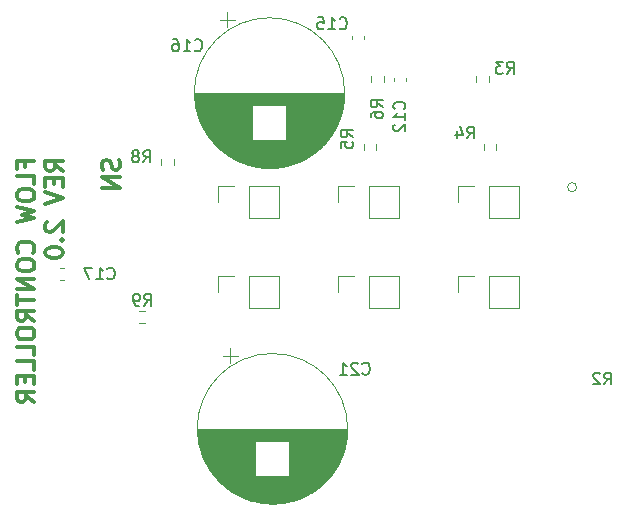
<source format=gbr>
%TF.GenerationSoftware,KiCad,Pcbnew,7.0.10*%
%TF.CreationDate,2025-02-18T11:07:04-08:00*%
%TF.ProjectId,flow-controller,666c6f77-2d63-46f6-9e74-726f6c6c6572,rev?*%
%TF.SameCoordinates,Original*%
%TF.FileFunction,Legend,Bot*%
%TF.FilePolarity,Positive*%
%FSLAX46Y46*%
G04 Gerber Fmt 4.6, Leading zero omitted, Abs format (unit mm)*
G04 Created by KiCad (PCBNEW 7.0.10) date 2025-02-18 11:07:04*
%MOMM*%
%LPD*%
G01*
G04 APERTURE LIST*
%ADD10C,0.300000*%
%ADD11C,0.150000*%
%ADD12C,0.120000*%
G04 APERTURE END LIST*
D10*
X53365114Y-94399510D02*
X53365114Y-93899510D01*
X54150828Y-93899510D02*
X52650828Y-93899510D01*
X52650828Y-93899510D02*
X52650828Y-94613796D01*
X54150828Y-95899510D02*
X54150828Y-95185224D01*
X54150828Y-95185224D02*
X52650828Y-95185224D01*
X52650828Y-96685225D02*
X52650828Y-96970939D01*
X52650828Y-96970939D02*
X52722257Y-97113796D01*
X52722257Y-97113796D02*
X52865114Y-97256653D01*
X52865114Y-97256653D02*
X53150828Y-97328082D01*
X53150828Y-97328082D02*
X53650828Y-97328082D01*
X53650828Y-97328082D02*
X53936542Y-97256653D01*
X53936542Y-97256653D02*
X54079400Y-97113796D01*
X54079400Y-97113796D02*
X54150828Y-96970939D01*
X54150828Y-96970939D02*
X54150828Y-96685225D01*
X54150828Y-96685225D02*
X54079400Y-96542368D01*
X54079400Y-96542368D02*
X53936542Y-96399510D01*
X53936542Y-96399510D02*
X53650828Y-96328082D01*
X53650828Y-96328082D02*
X53150828Y-96328082D01*
X53150828Y-96328082D02*
X52865114Y-96399510D01*
X52865114Y-96399510D02*
X52722257Y-96542368D01*
X52722257Y-96542368D02*
X52650828Y-96685225D01*
X52650828Y-97828082D02*
X54150828Y-98185225D01*
X54150828Y-98185225D02*
X53079400Y-98470939D01*
X53079400Y-98470939D02*
X54150828Y-98756654D01*
X54150828Y-98756654D02*
X52650828Y-99113797D01*
X54007971Y-101685225D02*
X54079400Y-101613797D01*
X54079400Y-101613797D02*
X54150828Y-101399511D01*
X54150828Y-101399511D02*
X54150828Y-101256654D01*
X54150828Y-101256654D02*
X54079400Y-101042368D01*
X54079400Y-101042368D02*
X53936542Y-100899511D01*
X53936542Y-100899511D02*
X53793685Y-100828082D01*
X53793685Y-100828082D02*
X53507971Y-100756654D01*
X53507971Y-100756654D02*
X53293685Y-100756654D01*
X53293685Y-100756654D02*
X53007971Y-100828082D01*
X53007971Y-100828082D02*
X52865114Y-100899511D01*
X52865114Y-100899511D02*
X52722257Y-101042368D01*
X52722257Y-101042368D02*
X52650828Y-101256654D01*
X52650828Y-101256654D02*
X52650828Y-101399511D01*
X52650828Y-101399511D02*
X52722257Y-101613797D01*
X52722257Y-101613797D02*
X52793685Y-101685225D01*
X52650828Y-102613797D02*
X52650828Y-102899511D01*
X52650828Y-102899511D02*
X52722257Y-103042368D01*
X52722257Y-103042368D02*
X52865114Y-103185225D01*
X52865114Y-103185225D02*
X53150828Y-103256654D01*
X53150828Y-103256654D02*
X53650828Y-103256654D01*
X53650828Y-103256654D02*
X53936542Y-103185225D01*
X53936542Y-103185225D02*
X54079400Y-103042368D01*
X54079400Y-103042368D02*
X54150828Y-102899511D01*
X54150828Y-102899511D02*
X54150828Y-102613797D01*
X54150828Y-102613797D02*
X54079400Y-102470940D01*
X54079400Y-102470940D02*
X53936542Y-102328082D01*
X53936542Y-102328082D02*
X53650828Y-102256654D01*
X53650828Y-102256654D02*
X53150828Y-102256654D01*
X53150828Y-102256654D02*
X52865114Y-102328082D01*
X52865114Y-102328082D02*
X52722257Y-102470940D01*
X52722257Y-102470940D02*
X52650828Y-102613797D01*
X54150828Y-103899511D02*
X52650828Y-103899511D01*
X52650828Y-103899511D02*
X54150828Y-104756654D01*
X54150828Y-104756654D02*
X52650828Y-104756654D01*
X52650828Y-105256655D02*
X52650828Y-106113798D01*
X54150828Y-105685226D02*
X52650828Y-105685226D01*
X54150828Y-107470940D02*
X53436542Y-106970940D01*
X54150828Y-106613797D02*
X52650828Y-106613797D01*
X52650828Y-106613797D02*
X52650828Y-107185226D01*
X52650828Y-107185226D02*
X52722257Y-107328083D01*
X52722257Y-107328083D02*
X52793685Y-107399512D01*
X52793685Y-107399512D02*
X52936542Y-107470940D01*
X52936542Y-107470940D02*
X53150828Y-107470940D01*
X53150828Y-107470940D02*
X53293685Y-107399512D01*
X53293685Y-107399512D02*
X53365114Y-107328083D01*
X53365114Y-107328083D02*
X53436542Y-107185226D01*
X53436542Y-107185226D02*
X53436542Y-106613797D01*
X52650828Y-108399512D02*
X52650828Y-108685226D01*
X52650828Y-108685226D02*
X52722257Y-108828083D01*
X52722257Y-108828083D02*
X52865114Y-108970940D01*
X52865114Y-108970940D02*
X53150828Y-109042369D01*
X53150828Y-109042369D02*
X53650828Y-109042369D01*
X53650828Y-109042369D02*
X53936542Y-108970940D01*
X53936542Y-108970940D02*
X54079400Y-108828083D01*
X54079400Y-108828083D02*
X54150828Y-108685226D01*
X54150828Y-108685226D02*
X54150828Y-108399512D01*
X54150828Y-108399512D02*
X54079400Y-108256655D01*
X54079400Y-108256655D02*
X53936542Y-108113797D01*
X53936542Y-108113797D02*
X53650828Y-108042369D01*
X53650828Y-108042369D02*
X53150828Y-108042369D01*
X53150828Y-108042369D02*
X52865114Y-108113797D01*
X52865114Y-108113797D02*
X52722257Y-108256655D01*
X52722257Y-108256655D02*
X52650828Y-108399512D01*
X54150828Y-110399512D02*
X54150828Y-109685226D01*
X54150828Y-109685226D02*
X52650828Y-109685226D01*
X54150828Y-111613798D02*
X54150828Y-110899512D01*
X54150828Y-110899512D02*
X52650828Y-110899512D01*
X53365114Y-112113798D02*
X53365114Y-112613798D01*
X54150828Y-112828084D02*
X54150828Y-112113798D01*
X54150828Y-112113798D02*
X52650828Y-112113798D01*
X52650828Y-112113798D02*
X52650828Y-112828084D01*
X54150828Y-114328084D02*
X53436542Y-113828084D01*
X54150828Y-113470941D02*
X52650828Y-113470941D01*
X52650828Y-113470941D02*
X52650828Y-114042370D01*
X52650828Y-114042370D02*
X52722257Y-114185227D01*
X52722257Y-114185227D02*
X52793685Y-114256656D01*
X52793685Y-114256656D02*
X52936542Y-114328084D01*
X52936542Y-114328084D02*
X53150828Y-114328084D01*
X53150828Y-114328084D02*
X53293685Y-114256656D01*
X53293685Y-114256656D02*
X53365114Y-114185227D01*
X53365114Y-114185227D02*
X53436542Y-114042370D01*
X53436542Y-114042370D02*
X53436542Y-113470941D01*
X56565828Y-94756653D02*
X55851542Y-94256653D01*
X56565828Y-93899510D02*
X55065828Y-93899510D01*
X55065828Y-93899510D02*
X55065828Y-94470939D01*
X55065828Y-94470939D02*
X55137257Y-94613796D01*
X55137257Y-94613796D02*
X55208685Y-94685225D01*
X55208685Y-94685225D02*
X55351542Y-94756653D01*
X55351542Y-94756653D02*
X55565828Y-94756653D01*
X55565828Y-94756653D02*
X55708685Y-94685225D01*
X55708685Y-94685225D02*
X55780114Y-94613796D01*
X55780114Y-94613796D02*
X55851542Y-94470939D01*
X55851542Y-94470939D02*
X55851542Y-93899510D01*
X55780114Y-95399510D02*
X55780114Y-95899510D01*
X56565828Y-96113796D02*
X56565828Y-95399510D01*
X56565828Y-95399510D02*
X55065828Y-95399510D01*
X55065828Y-95399510D02*
X55065828Y-96113796D01*
X55065828Y-96542368D02*
X56565828Y-97042368D01*
X56565828Y-97042368D02*
X55065828Y-97542368D01*
X55208685Y-99113796D02*
X55137257Y-99185224D01*
X55137257Y-99185224D02*
X55065828Y-99328082D01*
X55065828Y-99328082D02*
X55065828Y-99685224D01*
X55065828Y-99685224D02*
X55137257Y-99828082D01*
X55137257Y-99828082D02*
X55208685Y-99899510D01*
X55208685Y-99899510D02*
X55351542Y-99970939D01*
X55351542Y-99970939D02*
X55494400Y-99970939D01*
X55494400Y-99970939D02*
X55708685Y-99899510D01*
X55708685Y-99899510D02*
X56565828Y-99042367D01*
X56565828Y-99042367D02*
X56565828Y-99970939D01*
X56422971Y-100613795D02*
X56494400Y-100685224D01*
X56494400Y-100685224D02*
X56565828Y-100613795D01*
X56565828Y-100613795D02*
X56494400Y-100542367D01*
X56494400Y-100542367D02*
X56422971Y-100613795D01*
X56422971Y-100613795D02*
X56565828Y-100613795D01*
X55065828Y-101613796D02*
X55065828Y-101756653D01*
X55065828Y-101756653D02*
X55137257Y-101899510D01*
X55137257Y-101899510D02*
X55208685Y-101970939D01*
X55208685Y-101970939D02*
X55351542Y-102042367D01*
X55351542Y-102042367D02*
X55637257Y-102113796D01*
X55637257Y-102113796D02*
X55994400Y-102113796D01*
X55994400Y-102113796D02*
X56280114Y-102042367D01*
X56280114Y-102042367D02*
X56422971Y-101970939D01*
X56422971Y-101970939D02*
X56494400Y-101899510D01*
X56494400Y-101899510D02*
X56565828Y-101756653D01*
X56565828Y-101756653D02*
X56565828Y-101613796D01*
X56565828Y-101613796D02*
X56494400Y-101470939D01*
X56494400Y-101470939D02*
X56422971Y-101399510D01*
X56422971Y-101399510D02*
X56280114Y-101328081D01*
X56280114Y-101328081D02*
X55994400Y-101256653D01*
X55994400Y-101256653D02*
X55637257Y-101256653D01*
X55637257Y-101256653D02*
X55351542Y-101328081D01*
X55351542Y-101328081D02*
X55208685Y-101399510D01*
X55208685Y-101399510D02*
X55137257Y-101470939D01*
X55137257Y-101470939D02*
X55065828Y-101613796D01*
X61324400Y-93828082D02*
X61395828Y-94042368D01*
X61395828Y-94042368D02*
X61395828Y-94399510D01*
X61395828Y-94399510D02*
X61324400Y-94542368D01*
X61324400Y-94542368D02*
X61252971Y-94613796D01*
X61252971Y-94613796D02*
X61110114Y-94685225D01*
X61110114Y-94685225D02*
X60967257Y-94685225D01*
X60967257Y-94685225D02*
X60824400Y-94613796D01*
X60824400Y-94613796D02*
X60752971Y-94542368D01*
X60752971Y-94542368D02*
X60681542Y-94399510D01*
X60681542Y-94399510D02*
X60610114Y-94113796D01*
X60610114Y-94113796D02*
X60538685Y-93970939D01*
X60538685Y-93970939D02*
X60467257Y-93899510D01*
X60467257Y-93899510D02*
X60324400Y-93828082D01*
X60324400Y-93828082D02*
X60181542Y-93828082D01*
X60181542Y-93828082D02*
X60038685Y-93899510D01*
X60038685Y-93899510D02*
X59967257Y-93970939D01*
X59967257Y-93970939D02*
X59895828Y-94113796D01*
X59895828Y-94113796D02*
X59895828Y-94470939D01*
X59895828Y-94470939D02*
X59967257Y-94685225D01*
X61395828Y-95328081D02*
X59895828Y-95328081D01*
X59895828Y-95328081D02*
X61395828Y-96185224D01*
X61395828Y-96185224D02*
X59895828Y-96185224D01*
D11*
X102401666Y-112849819D02*
X102734999Y-112373628D01*
X102973094Y-112849819D02*
X102973094Y-111849819D01*
X102973094Y-111849819D02*
X102592142Y-111849819D01*
X102592142Y-111849819D02*
X102496904Y-111897438D01*
X102496904Y-111897438D02*
X102449285Y-111945057D01*
X102449285Y-111945057D02*
X102401666Y-112040295D01*
X102401666Y-112040295D02*
X102401666Y-112183152D01*
X102401666Y-112183152D02*
X102449285Y-112278390D01*
X102449285Y-112278390D02*
X102496904Y-112326009D01*
X102496904Y-112326009D02*
X102592142Y-112373628D01*
X102592142Y-112373628D02*
X102973094Y-112373628D01*
X102020713Y-111945057D02*
X101973094Y-111897438D01*
X101973094Y-111897438D02*
X101877856Y-111849819D01*
X101877856Y-111849819D02*
X101639761Y-111849819D01*
X101639761Y-111849819D02*
X101544523Y-111897438D01*
X101544523Y-111897438D02*
X101496904Y-111945057D01*
X101496904Y-111945057D02*
X101449285Y-112040295D01*
X101449285Y-112040295D02*
X101449285Y-112135533D01*
X101449285Y-112135533D02*
X101496904Y-112278390D01*
X101496904Y-112278390D02*
X102068332Y-112849819D01*
X102068332Y-112849819D02*
X101449285Y-112849819D01*
X79992857Y-82684580D02*
X80040476Y-82732200D01*
X80040476Y-82732200D02*
X80183333Y-82779819D01*
X80183333Y-82779819D02*
X80278571Y-82779819D01*
X80278571Y-82779819D02*
X80421428Y-82732200D01*
X80421428Y-82732200D02*
X80516666Y-82636961D01*
X80516666Y-82636961D02*
X80564285Y-82541723D01*
X80564285Y-82541723D02*
X80611904Y-82351247D01*
X80611904Y-82351247D02*
X80611904Y-82208390D01*
X80611904Y-82208390D02*
X80564285Y-82017914D01*
X80564285Y-82017914D02*
X80516666Y-81922676D01*
X80516666Y-81922676D02*
X80421428Y-81827438D01*
X80421428Y-81827438D02*
X80278571Y-81779819D01*
X80278571Y-81779819D02*
X80183333Y-81779819D01*
X80183333Y-81779819D02*
X80040476Y-81827438D01*
X80040476Y-81827438D02*
X79992857Y-81875057D01*
X79040476Y-82779819D02*
X79611904Y-82779819D01*
X79326190Y-82779819D02*
X79326190Y-81779819D01*
X79326190Y-81779819D02*
X79421428Y-81922676D01*
X79421428Y-81922676D02*
X79516666Y-82017914D01*
X79516666Y-82017914D02*
X79611904Y-82065533D01*
X78135714Y-81779819D02*
X78611904Y-81779819D01*
X78611904Y-81779819D02*
X78659523Y-82256009D01*
X78659523Y-82256009D02*
X78611904Y-82208390D01*
X78611904Y-82208390D02*
X78516666Y-82160771D01*
X78516666Y-82160771D02*
X78278571Y-82160771D01*
X78278571Y-82160771D02*
X78183333Y-82208390D01*
X78183333Y-82208390D02*
X78135714Y-82256009D01*
X78135714Y-82256009D02*
X78088095Y-82351247D01*
X78088095Y-82351247D02*
X78088095Y-82589342D01*
X78088095Y-82589342D02*
X78135714Y-82684580D01*
X78135714Y-82684580D02*
X78183333Y-82732200D01*
X78183333Y-82732200D02*
X78278571Y-82779819D01*
X78278571Y-82779819D02*
X78516666Y-82779819D01*
X78516666Y-82779819D02*
X78611904Y-82732200D01*
X78611904Y-82732200D02*
X78659523Y-82684580D01*
X94151666Y-86539819D02*
X94484999Y-86063628D01*
X94723094Y-86539819D02*
X94723094Y-85539819D01*
X94723094Y-85539819D02*
X94342142Y-85539819D01*
X94342142Y-85539819D02*
X94246904Y-85587438D01*
X94246904Y-85587438D02*
X94199285Y-85635057D01*
X94199285Y-85635057D02*
X94151666Y-85730295D01*
X94151666Y-85730295D02*
X94151666Y-85873152D01*
X94151666Y-85873152D02*
X94199285Y-85968390D01*
X94199285Y-85968390D02*
X94246904Y-86016009D01*
X94246904Y-86016009D02*
X94342142Y-86063628D01*
X94342142Y-86063628D02*
X94723094Y-86063628D01*
X93818332Y-85539819D02*
X93199285Y-85539819D01*
X93199285Y-85539819D02*
X93532618Y-85920771D01*
X93532618Y-85920771D02*
X93389761Y-85920771D01*
X93389761Y-85920771D02*
X93294523Y-85968390D01*
X93294523Y-85968390D02*
X93246904Y-86016009D01*
X93246904Y-86016009D02*
X93199285Y-86111247D01*
X93199285Y-86111247D02*
X93199285Y-86349342D01*
X93199285Y-86349342D02*
X93246904Y-86444580D01*
X93246904Y-86444580D02*
X93294523Y-86492200D01*
X93294523Y-86492200D02*
X93389761Y-86539819D01*
X93389761Y-86539819D02*
X93675475Y-86539819D01*
X93675475Y-86539819D02*
X93770713Y-86492200D01*
X93770713Y-86492200D02*
X93818332Y-86444580D01*
X63385666Y-94040819D02*
X63718999Y-93564628D01*
X63957094Y-94040819D02*
X63957094Y-93040819D01*
X63957094Y-93040819D02*
X63576142Y-93040819D01*
X63576142Y-93040819D02*
X63480904Y-93088438D01*
X63480904Y-93088438D02*
X63433285Y-93136057D01*
X63433285Y-93136057D02*
X63385666Y-93231295D01*
X63385666Y-93231295D02*
X63385666Y-93374152D01*
X63385666Y-93374152D02*
X63433285Y-93469390D01*
X63433285Y-93469390D02*
X63480904Y-93517009D01*
X63480904Y-93517009D02*
X63576142Y-93564628D01*
X63576142Y-93564628D02*
X63957094Y-93564628D01*
X62814237Y-93469390D02*
X62909475Y-93421771D01*
X62909475Y-93421771D02*
X62957094Y-93374152D01*
X62957094Y-93374152D02*
X63004713Y-93278914D01*
X63004713Y-93278914D02*
X63004713Y-93231295D01*
X63004713Y-93231295D02*
X62957094Y-93136057D01*
X62957094Y-93136057D02*
X62909475Y-93088438D01*
X62909475Y-93088438D02*
X62814237Y-93040819D01*
X62814237Y-93040819D02*
X62623761Y-93040819D01*
X62623761Y-93040819D02*
X62528523Y-93088438D01*
X62528523Y-93088438D02*
X62480904Y-93136057D01*
X62480904Y-93136057D02*
X62433285Y-93231295D01*
X62433285Y-93231295D02*
X62433285Y-93278914D01*
X62433285Y-93278914D02*
X62480904Y-93374152D01*
X62480904Y-93374152D02*
X62528523Y-93421771D01*
X62528523Y-93421771D02*
X62623761Y-93469390D01*
X62623761Y-93469390D02*
X62814237Y-93469390D01*
X62814237Y-93469390D02*
X62909475Y-93517009D01*
X62909475Y-93517009D02*
X62957094Y-93564628D01*
X62957094Y-93564628D02*
X63004713Y-93659866D01*
X63004713Y-93659866D02*
X63004713Y-93850342D01*
X63004713Y-93850342D02*
X62957094Y-93945580D01*
X62957094Y-93945580D02*
X62909475Y-93993200D01*
X62909475Y-93993200D02*
X62814237Y-94040819D01*
X62814237Y-94040819D02*
X62623761Y-94040819D01*
X62623761Y-94040819D02*
X62528523Y-93993200D01*
X62528523Y-93993200D02*
X62480904Y-93945580D01*
X62480904Y-93945580D02*
X62433285Y-93850342D01*
X62433285Y-93850342D02*
X62433285Y-93659866D01*
X62433285Y-93659866D02*
X62480904Y-93564628D01*
X62480904Y-93564628D02*
X62528523Y-93517009D01*
X62528523Y-93517009D02*
X62623761Y-93469390D01*
X63458523Y-106174819D02*
X63791856Y-105698628D01*
X64029951Y-106174819D02*
X64029951Y-105174819D01*
X64029951Y-105174819D02*
X63648999Y-105174819D01*
X63648999Y-105174819D02*
X63553761Y-105222438D01*
X63553761Y-105222438D02*
X63506142Y-105270057D01*
X63506142Y-105270057D02*
X63458523Y-105365295D01*
X63458523Y-105365295D02*
X63458523Y-105508152D01*
X63458523Y-105508152D02*
X63506142Y-105603390D01*
X63506142Y-105603390D02*
X63553761Y-105651009D01*
X63553761Y-105651009D02*
X63648999Y-105698628D01*
X63648999Y-105698628D02*
X64029951Y-105698628D01*
X62982332Y-106174819D02*
X62791856Y-106174819D01*
X62791856Y-106174819D02*
X62696618Y-106127200D01*
X62696618Y-106127200D02*
X62648999Y-106079580D01*
X62648999Y-106079580D02*
X62553761Y-105936723D01*
X62553761Y-105936723D02*
X62506142Y-105746247D01*
X62506142Y-105746247D02*
X62506142Y-105365295D01*
X62506142Y-105365295D02*
X62553761Y-105270057D01*
X62553761Y-105270057D02*
X62601380Y-105222438D01*
X62601380Y-105222438D02*
X62696618Y-105174819D01*
X62696618Y-105174819D02*
X62887094Y-105174819D01*
X62887094Y-105174819D02*
X62982332Y-105222438D01*
X62982332Y-105222438D02*
X63029951Y-105270057D01*
X63029951Y-105270057D02*
X63077570Y-105365295D01*
X63077570Y-105365295D02*
X63077570Y-105603390D01*
X63077570Y-105603390D02*
X63029951Y-105698628D01*
X63029951Y-105698628D02*
X62982332Y-105746247D01*
X62982332Y-105746247D02*
X62887094Y-105793866D01*
X62887094Y-105793866D02*
X62696618Y-105793866D01*
X62696618Y-105793866D02*
X62601380Y-105746247D01*
X62601380Y-105746247D02*
X62553761Y-105698628D01*
X62553761Y-105698628D02*
X62506142Y-105603390D01*
X85449580Y-89527142D02*
X85497200Y-89479523D01*
X85497200Y-89479523D02*
X85544819Y-89336666D01*
X85544819Y-89336666D02*
X85544819Y-89241428D01*
X85544819Y-89241428D02*
X85497200Y-89098571D01*
X85497200Y-89098571D02*
X85401961Y-89003333D01*
X85401961Y-89003333D02*
X85306723Y-88955714D01*
X85306723Y-88955714D02*
X85116247Y-88908095D01*
X85116247Y-88908095D02*
X84973390Y-88908095D01*
X84973390Y-88908095D02*
X84782914Y-88955714D01*
X84782914Y-88955714D02*
X84687676Y-89003333D01*
X84687676Y-89003333D02*
X84592438Y-89098571D01*
X84592438Y-89098571D02*
X84544819Y-89241428D01*
X84544819Y-89241428D02*
X84544819Y-89336666D01*
X84544819Y-89336666D02*
X84592438Y-89479523D01*
X84592438Y-89479523D02*
X84640057Y-89527142D01*
X85544819Y-90479523D02*
X85544819Y-89908095D01*
X85544819Y-90193809D02*
X84544819Y-90193809D01*
X84544819Y-90193809D02*
X84687676Y-90098571D01*
X84687676Y-90098571D02*
X84782914Y-90003333D01*
X84782914Y-90003333D02*
X84830533Y-89908095D01*
X84640057Y-90860476D02*
X84592438Y-90908095D01*
X84592438Y-90908095D02*
X84544819Y-91003333D01*
X84544819Y-91003333D02*
X84544819Y-91241428D01*
X84544819Y-91241428D02*
X84592438Y-91336666D01*
X84592438Y-91336666D02*
X84640057Y-91384285D01*
X84640057Y-91384285D02*
X84735295Y-91431904D01*
X84735295Y-91431904D02*
X84830533Y-91431904D01*
X84830533Y-91431904D02*
X84973390Y-91384285D01*
X84973390Y-91384285D02*
X85544819Y-90812857D01*
X85544819Y-90812857D02*
X85544819Y-91431904D01*
X90796666Y-92024819D02*
X91129999Y-91548628D01*
X91368094Y-92024819D02*
X91368094Y-91024819D01*
X91368094Y-91024819D02*
X90987142Y-91024819D01*
X90987142Y-91024819D02*
X90891904Y-91072438D01*
X90891904Y-91072438D02*
X90844285Y-91120057D01*
X90844285Y-91120057D02*
X90796666Y-91215295D01*
X90796666Y-91215295D02*
X90796666Y-91358152D01*
X90796666Y-91358152D02*
X90844285Y-91453390D01*
X90844285Y-91453390D02*
X90891904Y-91501009D01*
X90891904Y-91501009D02*
X90987142Y-91548628D01*
X90987142Y-91548628D02*
X91368094Y-91548628D01*
X89939523Y-91358152D02*
X89939523Y-92024819D01*
X90177618Y-90977200D02*
X90415713Y-91691485D01*
X90415713Y-91691485D02*
X89796666Y-91691485D01*
X67725908Y-84531529D02*
X67773527Y-84579149D01*
X67773527Y-84579149D02*
X67916384Y-84626768D01*
X67916384Y-84626768D02*
X68011622Y-84626768D01*
X68011622Y-84626768D02*
X68154479Y-84579149D01*
X68154479Y-84579149D02*
X68249717Y-84483910D01*
X68249717Y-84483910D02*
X68297336Y-84388672D01*
X68297336Y-84388672D02*
X68344955Y-84198196D01*
X68344955Y-84198196D02*
X68344955Y-84055339D01*
X68344955Y-84055339D02*
X68297336Y-83864863D01*
X68297336Y-83864863D02*
X68249717Y-83769625D01*
X68249717Y-83769625D02*
X68154479Y-83674387D01*
X68154479Y-83674387D02*
X68011622Y-83626768D01*
X68011622Y-83626768D02*
X67916384Y-83626768D01*
X67916384Y-83626768D02*
X67773527Y-83674387D01*
X67773527Y-83674387D02*
X67725908Y-83722006D01*
X66773527Y-84626768D02*
X67344955Y-84626768D01*
X67059241Y-84626768D02*
X67059241Y-83626768D01*
X67059241Y-83626768D02*
X67154479Y-83769625D01*
X67154479Y-83769625D02*
X67249717Y-83864863D01*
X67249717Y-83864863D02*
X67344955Y-83912482D01*
X65916384Y-83626768D02*
X66106860Y-83626768D01*
X66106860Y-83626768D02*
X66202098Y-83674387D01*
X66202098Y-83674387D02*
X66249717Y-83722006D01*
X66249717Y-83722006D02*
X66344955Y-83864863D01*
X66344955Y-83864863D02*
X66392574Y-84055339D01*
X66392574Y-84055339D02*
X66392574Y-84436291D01*
X66392574Y-84436291D02*
X66344955Y-84531529D01*
X66344955Y-84531529D02*
X66297336Y-84579149D01*
X66297336Y-84579149D02*
X66202098Y-84626768D01*
X66202098Y-84626768D02*
X66011622Y-84626768D01*
X66011622Y-84626768D02*
X65916384Y-84579149D01*
X65916384Y-84579149D02*
X65868765Y-84531529D01*
X65868765Y-84531529D02*
X65821146Y-84436291D01*
X65821146Y-84436291D02*
X65821146Y-84198196D01*
X65821146Y-84198196D02*
X65868765Y-84102958D01*
X65868765Y-84102958D02*
X65916384Y-84055339D01*
X65916384Y-84055339D02*
X66011622Y-84007720D01*
X66011622Y-84007720D02*
X66202098Y-84007720D01*
X66202098Y-84007720D02*
X66297336Y-84055339D01*
X66297336Y-84055339D02*
X66344955Y-84102958D01*
X66344955Y-84102958D02*
X66392574Y-84198196D01*
X83639819Y-89368333D02*
X83163628Y-89035000D01*
X83639819Y-88796905D02*
X82639819Y-88796905D01*
X82639819Y-88796905D02*
X82639819Y-89177857D01*
X82639819Y-89177857D02*
X82687438Y-89273095D01*
X82687438Y-89273095D02*
X82735057Y-89320714D01*
X82735057Y-89320714D02*
X82830295Y-89368333D01*
X82830295Y-89368333D02*
X82973152Y-89368333D01*
X82973152Y-89368333D02*
X83068390Y-89320714D01*
X83068390Y-89320714D02*
X83116009Y-89273095D01*
X83116009Y-89273095D02*
X83163628Y-89177857D01*
X83163628Y-89177857D02*
X83163628Y-88796905D01*
X82639819Y-90225476D02*
X82639819Y-90035000D01*
X82639819Y-90035000D02*
X82687438Y-89939762D01*
X82687438Y-89939762D02*
X82735057Y-89892143D01*
X82735057Y-89892143D02*
X82877914Y-89796905D01*
X82877914Y-89796905D02*
X83068390Y-89749286D01*
X83068390Y-89749286D02*
X83449342Y-89749286D01*
X83449342Y-89749286D02*
X83544580Y-89796905D01*
X83544580Y-89796905D02*
X83592200Y-89844524D01*
X83592200Y-89844524D02*
X83639819Y-89939762D01*
X83639819Y-89939762D02*
X83639819Y-90130238D01*
X83639819Y-90130238D02*
X83592200Y-90225476D01*
X83592200Y-90225476D02*
X83544580Y-90273095D01*
X83544580Y-90273095D02*
X83449342Y-90320714D01*
X83449342Y-90320714D02*
X83211247Y-90320714D01*
X83211247Y-90320714D02*
X83116009Y-90273095D01*
X83116009Y-90273095D02*
X83068390Y-90225476D01*
X83068390Y-90225476D02*
X83020771Y-90130238D01*
X83020771Y-90130238D02*
X83020771Y-89939762D01*
X83020771Y-89939762D02*
X83068390Y-89844524D01*
X83068390Y-89844524D02*
X83116009Y-89796905D01*
X83116009Y-89796905D02*
X83211247Y-89749286D01*
X81099819Y-91908333D02*
X80623628Y-91575000D01*
X81099819Y-91336905D02*
X80099819Y-91336905D01*
X80099819Y-91336905D02*
X80099819Y-91717857D01*
X80099819Y-91717857D02*
X80147438Y-91813095D01*
X80147438Y-91813095D02*
X80195057Y-91860714D01*
X80195057Y-91860714D02*
X80290295Y-91908333D01*
X80290295Y-91908333D02*
X80433152Y-91908333D01*
X80433152Y-91908333D02*
X80528390Y-91860714D01*
X80528390Y-91860714D02*
X80576009Y-91813095D01*
X80576009Y-91813095D02*
X80623628Y-91717857D01*
X80623628Y-91717857D02*
X80623628Y-91336905D01*
X80099819Y-92813095D02*
X80099819Y-92336905D01*
X80099819Y-92336905D02*
X80576009Y-92289286D01*
X80576009Y-92289286D02*
X80528390Y-92336905D01*
X80528390Y-92336905D02*
X80480771Y-92432143D01*
X80480771Y-92432143D02*
X80480771Y-92670238D01*
X80480771Y-92670238D02*
X80528390Y-92765476D01*
X80528390Y-92765476D02*
X80576009Y-92813095D01*
X80576009Y-92813095D02*
X80671247Y-92860714D01*
X80671247Y-92860714D02*
X80909342Y-92860714D01*
X80909342Y-92860714D02*
X81004580Y-92813095D01*
X81004580Y-92813095D02*
X81052200Y-92765476D01*
X81052200Y-92765476D02*
X81099819Y-92670238D01*
X81099819Y-92670238D02*
X81099819Y-92432143D01*
X81099819Y-92432143D02*
X81052200Y-92336905D01*
X81052200Y-92336905D02*
X81004580Y-92289286D01*
X81927857Y-111920621D02*
X81975476Y-111968241D01*
X81975476Y-111968241D02*
X82118333Y-112015860D01*
X82118333Y-112015860D02*
X82213571Y-112015860D01*
X82213571Y-112015860D02*
X82356428Y-111968241D01*
X82356428Y-111968241D02*
X82451666Y-111873002D01*
X82451666Y-111873002D02*
X82499285Y-111777764D01*
X82499285Y-111777764D02*
X82546904Y-111587288D01*
X82546904Y-111587288D02*
X82546904Y-111444431D01*
X82546904Y-111444431D02*
X82499285Y-111253955D01*
X82499285Y-111253955D02*
X82451666Y-111158717D01*
X82451666Y-111158717D02*
X82356428Y-111063479D01*
X82356428Y-111063479D02*
X82213571Y-111015860D01*
X82213571Y-111015860D02*
X82118333Y-111015860D01*
X82118333Y-111015860D02*
X81975476Y-111063479D01*
X81975476Y-111063479D02*
X81927857Y-111111098D01*
X81546904Y-111111098D02*
X81499285Y-111063479D01*
X81499285Y-111063479D02*
X81404047Y-111015860D01*
X81404047Y-111015860D02*
X81165952Y-111015860D01*
X81165952Y-111015860D02*
X81070714Y-111063479D01*
X81070714Y-111063479D02*
X81023095Y-111111098D01*
X81023095Y-111111098D02*
X80975476Y-111206336D01*
X80975476Y-111206336D02*
X80975476Y-111301574D01*
X80975476Y-111301574D02*
X81023095Y-111444431D01*
X81023095Y-111444431D02*
X81594523Y-112015860D01*
X81594523Y-112015860D02*
X80975476Y-112015860D01*
X80023095Y-112015860D02*
X80594523Y-112015860D01*
X80308809Y-112015860D02*
X80308809Y-111015860D01*
X80308809Y-111015860D02*
X80404047Y-111158717D01*
X80404047Y-111158717D02*
X80499285Y-111253955D01*
X80499285Y-111253955D02*
X80594523Y-111301574D01*
X60332857Y-103864580D02*
X60380476Y-103912200D01*
X60380476Y-103912200D02*
X60523333Y-103959819D01*
X60523333Y-103959819D02*
X60618571Y-103959819D01*
X60618571Y-103959819D02*
X60761428Y-103912200D01*
X60761428Y-103912200D02*
X60856666Y-103816961D01*
X60856666Y-103816961D02*
X60904285Y-103721723D01*
X60904285Y-103721723D02*
X60951904Y-103531247D01*
X60951904Y-103531247D02*
X60951904Y-103388390D01*
X60951904Y-103388390D02*
X60904285Y-103197914D01*
X60904285Y-103197914D02*
X60856666Y-103102676D01*
X60856666Y-103102676D02*
X60761428Y-103007438D01*
X60761428Y-103007438D02*
X60618571Y-102959819D01*
X60618571Y-102959819D02*
X60523333Y-102959819D01*
X60523333Y-102959819D02*
X60380476Y-103007438D01*
X60380476Y-103007438D02*
X60332857Y-103055057D01*
X59380476Y-103959819D02*
X59951904Y-103959819D01*
X59666190Y-103959819D02*
X59666190Y-102959819D01*
X59666190Y-102959819D02*
X59761428Y-103102676D01*
X59761428Y-103102676D02*
X59856666Y-103197914D01*
X59856666Y-103197914D02*
X59951904Y-103245533D01*
X59047142Y-102959819D02*
X58380476Y-102959819D01*
X58380476Y-102959819D02*
X58809047Y-103959819D01*
D12*
%TO.C,J7*%
X100057949Y-96157051D02*
G75*
G03*
X99295949Y-96157051I-381000J0D01*
G01*
X99295949Y-96157051D02*
G75*
G03*
X100057949Y-96157051I381000J0D01*
G01*
%TO.C,C15*%
X82085000Y-83353733D02*
X82085000Y-83646267D01*
X81065000Y-83353733D02*
X81065000Y-83646267D01*
%TO.C,R3*%
X92597500Y-86740276D02*
X92597500Y-87249724D01*
X91552500Y-86740276D02*
X91552500Y-87249724D01*
%TO.C,R8*%
X64882500Y-94234724D02*
X64882500Y-93725276D01*
X65927500Y-94234724D02*
X65927500Y-93725276D01*
%TO.C,R9*%
X63546581Y-107672500D02*
X63037133Y-107672500D01*
X63546581Y-106627500D02*
X63037133Y-106627500D01*
%TO.C,J1*%
X85055749Y-103691651D02*
X85055749Y-106351651D01*
X82455749Y-103691651D02*
X85055749Y-103691651D01*
X82455749Y-103691651D02*
X82455749Y-106351651D01*
X81185749Y-103691651D02*
X79855749Y-103691651D01*
X79855749Y-103691651D02*
X79855749Y-105021651D01*
X82455749Y-106351651D02*
X85055749Y-106351651D01*
%TO.C,C12*%
X84561949Y-87159318D02*
X84561949Y-86866784D01*
X85581949Y-87159318D02*
X85581949Y-86866784D01*
%TO.C,R4*%
X92187500Y-92964724D02*
X92187500Y-92455276D01*
X93232500Y-92964724D02*
X93232500Y-92455276D01*
%TO.C,C16*%
X70475000Y-81358959D02*
X70475000Y-82608959D01*
X69850000Y-81983959D02*
X71100000Y-81983959D01*
X67720000Y-88176041D02*
X80380000Y-88176041D01*
X67720000Y-88216041D02*
X80380000Y-88216041D01*
X67720000Y-88256041D02*
X80380000Y-88256041D01*
X67721000Y-88296041D02*
X80379000Y-88296041D01*
X67722000Y-88336041D02*
X80378000Y-88336041D01*
X67723000Y-88376041D02*
X80377000Y-88376041D01*
X67724000Y-88416041D02*
X80376000Y-88416041D01*
X67726000Y-88456041D02*
X80374000Y-88456041D01*
X67728000Y-88496041D02*
X80372000Y-88496041D01*
X67730000Y-88536041D02*
X80370000Y-88536041D01*
X67732000Y-88576041D02*
X80368000Y-88576041D01*
X67735000Y-88616041D02*
X80365000Y-88616041D01*
X67738000Y-88656041D02*
X80362000Y-88656041D01*
X67741000Y-88696041D02*
X80359000Y-88696041D01*
X67744000Y-88736041D02*
X80356000Y-88736041D01*
X67748000Y-88776041D02*
X80352000Y-88776041D01*
X67752000Y-88816041D02*
X80348000Y-88816041D01*
X67756000Y-88856041D02*
X80344000Y-88856041D01*
X67760000Y-88897041D02*
X80340000Y-88897041D01*
X67765000Y-88937041D02*
X80335000Y-88937041D01*
X67770000Y-88977041D02*
X80330000Y-88977041D01*
X67775000Y-89017041D02*
X80325000Y-89017041D01*
X67781000Y-89057041D02*
X80319000Y-89057041D01*
X67786000Y-89097041D02*
X80314000Y-89097041D01*
X67792000Y-89137041D02*
X80308000Y-89137041D01*
X67798000Y-89177041D02*
X80302000Y-89177041D01*
X67805000Y-89217041D02*
X80295000Y-89217041D01*
X75490000Y-89257041D02*
X80288000Y-89257041D01*
X67812000Y-89257041D02*
X72610000Y-89257041D01*
X75490000Y-89297041D02*
X80281000Y-89297041D01*
X67819000Y-89297041D02*
X72610000Y-89297041D01*
X75490000Y-89337041D02*
X80274000Y-89337041D01*
X67826000Y-89337041D02*
X72610000Y-89337041D01*
X75490000Y-89377041D02*
X80266000Y-89377041D01*
X67834000Y-89377041D02*
X72610000Y-89377041D01*
X75490000Y-89417041D02*
X80259000Y-89417041D01*
X67841000Y-89417041D02*
X72610000Y-89417041D01*
X75490000Y-89457041D02*
X80251000Y-89457041D01*
X67849000Y-89457041D02*
X72610000Y-89457041D01*
X75490000Y-89497041D02*
X80242000Y-89497041D01*
X67858000Y-89497041D02*
X72610000Y-89497041D01*
X75490000Y-89537041D02*
X80234000Y-89537041D01*
X67866000Y-89537041D02*
X72610000Y-89537041D01*
X75490000Y-89577041D02*
X80225000Y-89577041D01*
X67875000Y-89577041D02*
X72610000Y-89577041D01*
X75490000Y-89617041D02*
X80216000Y-89617041D01*
X67884000Y-89617041D02*
X72610000Y-89617041D01*
X75490000Y-89657041D02*
X80206000Y-89657041D01*
X67894000Y-89657041D02*
X72610000Y-89657041D01*
X75490000Y-89697041D02*
X80196000Y-89697041D01*
X67904000Y-89697041D02*
X72610000Y-89697041D01*
X75490000Y-89737041D02*
X80187000Y-89737041D01*
X67913000Y-89737041D02*
X72610000Y-89737041D01*
X75490000Y-89777041D02*
X80176000Y-89777041D01*
X67924000Y-89777041D02*
X72610000Y-89777041D01*
X75490000Y-89817041D02*
X80166000Y-89817041D01*
X67934000Y-89817041D02*
X72610000Y-89817041D01*
X75490000Y-89857041D02*
X80155000Y-89857041D01*
X67945000Y-89857041D02*
X72610000Y-89857041D01*
X75490000Y-89897041D02*
X80144000Y-89897041D01*
X67956000Y-89897041D02*
X72610000Y-89897041D01*
X75490000Y-89937041D02*
X80133000Y-89937041D01*
X67967000Y-89937041D02*
X72610000Y-89937041D01*
X75490000Y-89977041D02*
X80121000Y-89977041D01*
X67979000Y-89977041D02*
X72610000Y-89977041D01*
X75490000Y-90017041D02*
X80109000Y-90017041D01*
X67991000Y-90017041D02*
X72610000Y-90017041D01*
X75490000Y-90057041D02*
X80097000Y-90057041D01*
X68003000Y-90057041D02*
X72610000Y-90057041D01*
X75490000Y-90097041D02*
X80084000Y-90097041D01*
X68016000Y-90097041D02*
X72610000Y-90097041D01*
X75490000Y-90137041D02*
X80071000Y-90137041D01*
X68029000Y-90137041D02*
X72610000Y-90137041D01*
X75490000Y-90177041D02*
X80058000Y-90177041D01*
X68042000Y-90177041D02*
X72610000Y-90177041D01*
X75490000Y-90217041D02*
X80045000Y-90217041D01*
X68055000Y-90217041D02*
X72610000Y-90217041D01*
X75490000Y-90257041D02*
X80031000Y-90257041D01*
X68069000Y-90257041D02*
X72610000Y-90257041D01*
X75490000Y-90297041D02*
X80017000Y-90297041D01*
X68083000Y-90297041D02*
X72610000Y-90297041D01*
X75490000Y-90337041D02*
X80003000Y-90337041D01*
X68097000Y-90337041D02*
X72610000Y-90337041D01*
X75490000Y-90377041D02*
X79989000Y-90377041D01*
X68111000Y-90377041D02*
X72610000Y-90377041D01*
X75490000Y-90417041D02*
X79974000Y-90417041D01*
X68126000Y-90417041D02*
X72610000Y-90417041D01*
X75490000Y-90457041D02*
X79958000Y-90457041D01*
X68142000Y-90457041D02*
X72610000Y-90457041D01*
X75490000Y-90497041D02*
X79943000Y-90497041D01*
X68157000Y-90497041D02*
X72610000Y-90497041D01*
X75490000Y-90537041D02*
X79927000Y-90537041D01*
X68173000Y-90537041D02*
X72610000Y-90537041D01*
X75490000Y-90577041D02*
X79911000Y-90577041D01*
X68189000Y-90577041D02*
X72610000Y-90577041D01*
X75490000Y-90617041D02*
X79895000Y-90617041D01*
X68205000Y-90617041D02*
X72610000Y-90617041D01*
X75490000Y-90657041D02*
X79878000Y-90657041D01*
X68222000Y-90657041D02*
X72610000Y-90657041D01*
X75490000Y-90697041D02*
X79861000Y-90697041D01*
X68239000Y-90697041D02*
X72610000Y-90697041D01*
X75490000Y-90737041D02*
X79843000Y-90737041D01*
X68257000Y-90737041D02*
X72610000Y-90737041D01*
X75490000Y-90777041D02*
X79826000Y-90777041D01*
X68274000Y-90777041D02*
X72610000Y-90777041D01*
X75490000Y-90817041D02*
X79808000Y-90817041D01*
X68292000Y-90817041D02*
X72610000Y-90817041D01*
X75490000Y-90857041D02*
X79789000Y-90857041D01*
X68311000Y-90857041D02*
X72610000Y-90857041D01*
X75490000Y-90897041D02*
X79771000Y-90897041D01*
X68329000Y-90897041D02*
X72610000Y-90897041D01*
X75490000Y-90937041D02*
X79752000Y-90937041D01*
X68348000Y-90937041D02*
X72610000Y-90937041D01*
X75490000Y-90977041D02*
X79732000Y-90977041D01*
X68368000Y-90977041D02*
X72610000Y-90977041D01*
X75490000Y-91017041D02*
X79712000Y-91017041D01*
X68388000Y-91017041D02*
X72610000Y-91017041D01*
X75490000Y-91057041D02*
X79692000Y-91057041D01*
X68408000Y-91057041D02*
X72610000Y-91057041D01*
X75490000Y-91097041D02*
X79672000Y-91097041D01*
X68428000Y-91097041D02*
X72610000Y-91097041D01*
X75490000Y-91137041D02*
X79651000Y-91137041D01*
X68449000Y-91137041D02*
X72610000Y-91137041D01*
X75490000Y-91177041D02*
X79630000Y-91177041D01*
X68470000Y-91177041D02*
X72610000Y-91177041D01*
X75490000Y-91217041D02*
X79608000Y-91217041D01*
X68492000Y-91217041D02*
X72610000Y-91217041D01*
X75490000Y-91257041D02*
X79586000Y-91257041D01*
X68514000Y-91257041D02*
X72610000Y-91257041D01*
X75490000Y-91297041D02*
X79564000Y-91297041D01*
X68536000Y-91297041D02*
X72610000Y-91297041D01*
X75490000Y-91337041D02*
X79541000Y-91337041D01*
X68559000Y-91337041D02*
X72610000Y-91337041D01*
X75490000Y-91377041D02*
X79518000Y-91377041D01*
X68582000Y-91377041D02*
X72610000Y-91377041D01*
X75490000Y-91417041D02*
X79495000Y-91417041D01*
X68605000Y-91417041D02*
X72610000Y-91417041D01*
X75490000Y-91457041D02*
X79471000Y-91457041D01*
X68629000Y-91457041D02*
X72610000Y-91457041D01*
X75490000Y-91497041D02*
X79447000Y-91497041D01*
X68653000Y-91497041D02*
X72610000Y-91497041D01*
X75490000Y-91537041D02*
X79422000Y-91537041D01*
X68678000Y-91537041D02*
X72610000Y-91537041D01*
X75490000Y-91577041D02*
X79397000Y-91577041D01*
X68703000Y-91577041D02*
X72610000Y-91577041D01*
X75490000Y-91617041D02*
X79372000Y-91617041D01*
X68728000Y-91617041D02*
X72610000Y-91617041D01*
X75490000Y-91657041D02*
X79346000Y-91657041D01*
X68754000Y-91657041D02*
X72610000Y-91657041D01*
X75490000Y-91697041D02*
X79320000Y-91697041D01*
X68780000Y-91697041D02*
X72610000Y-91697041D01*
X75490000Y-91737041D02*
X79293000Y-91737041D01*
X68807000Y-91737041D02*
X72610000Y-91737041D01*
X75490000Y-91777041D02*
X79266000Y-91777041D01*
X68834000Y-91777041D02*
X72610000Y-91777041D01*
X75490000Y-91817041D02*
X79238000Y-91817041D01*
X68862000Y-91817041D02*
X72610000Y-91817041D01*
X75490000Y-91857041D02*
X79210000Y-91857041D01*
X68890000Y-91857041D02*
X72610000Y-91857041D01*
X75490000Y-91897041D02*
X79181000Y-91897041D01*
X68919000Y-91897041D02*
X72610000Y-91897041D01*
X75490000Y-91937041D02*
X79152000Y-91937041D01*
X68948000Y-91937041D02*
X72610000Y-91937041D01*
X75490000Y-91977041D02*
X79123000Y-91977041D01*
X68977000Y-91977041D02*
X72610000Y-91977041D01*
X75490000Y-92017041D02*
X79093000Y-92017041D01*
X69007000Y-92017041D02*
X72610000Y-92017041D01*
X75490000Y-92057041D02*
X79062000Y-92057041D01*
X69038000Y-92057041D02*
X72610000Y-92057041D01*
X75490000Y-92097041D02*
X79032000Y-92097041D01*
X69068000Y-92097041D02*
X72610000Y-92097041D01*
X69100000Y-92137041D02*
X79000000Y-92137041D01*
X69132000Y-92177041D02*
X78968000Y-92177041D01*
X69165000Y-92217041D02*
X78935000Y-92217041D01*
X69198000Y-92257041D02*
X78902000Y-92257041D01*
X69231000Y-92297041D02*
X78869000Y-92297041D01*
X69265000Y-92337041D02*
X78835000Y-92337041D01*
X69300000Y-92377041D02*
X78800000Y-92377041D01*
X69336000Y-92417041D02*
X78764000Y-92417041D01*
X69372000Y-92457041D02*
X78728000Y-92457041D01*
X69408000Y-92497041D02*
X78692000Y-92497041D01*
X69445000Y-92537041D02*
X78655000Y-92537041D01*
X69483000Y-92577041D02*
X78617000Y-92577041D01*
X69522000Y-92617041D02*
X78578000Y-92617041D01*
X69561000Y-92657041D02*
X78539000Y-92657041D01*
X69601000Y-92697041D02*
X78499000Y-92697041D01*
X69642000Y-92737041D02*
X78458000Y-92737041D01*
X69683000Y-92777041D02*
X78417000Y-92777041D01*
X69725000Y-92817041D02*
X78375000Y-92817041D01*
X69768000Y-92857041D02*
X78332000Y-92857041D01*
X69812000Y-92897041D02*
X78288000Y-92897041D01*
X69856000Y-92937041D02*
X78244000Y-92937041D01*
X69902000Y-92977041D02*
X78198000Y-92977041D01*
X69948000Y-93017041D02*
X78152000Y-93017041D01*
X69995000Y-93057041D02*
X78105000Y-93057041D01*
X70043000Y-93097041D02*
X78057000Y-93097041D01*
X70093000Y-93137041D02*
X78007000Y-93137041D01*
X70143000Y-93177041D02*
X77957000Y-93177041D01*
X70194000Y-93217041D02*
X77906000Y-93217041D01*
X70246000Y-93257041D02*
X77854000Y-93257041D01*
X70300000Y-93297041D02*
X77800000Y-93297041D01*
X70354000Y-93337041D02*
X77746000Y-93337041D01*
X70410000Y-93377041D02*
X77690000Y-93377041D01*
X70467000Y-93417041D02*
X77633000Y-93417041D01*
X70526000Y-93457041D02*
X77574000Y-93457041D01*
X70586000Y-93497041D02*
X77514000Y-93497041D01*
X70648000Y-93537041D02*
X77452000Y-93537041D01*
X70711000Y-93577041D02*
X77389000Y-93577041D01*
X70775000Y-93617041D02*
X77325000Y-93617041D01*
X70842000Y-93657041D02*
X77258000Y-93657041D01*
X70910000Y-93697041D02*
X77190000Y-93697041D01*
X70981000Y-93737041D02*
X77119000Y-93737041D01*
X71054000Y-93777041D02*
X77046000Y-93777041D01*
X71129000Y-93817041D02*
X76971000Y-93817041D01*
X71206000Y-93857041D02*
X76894000Y-93857041D01*
X71286000Y-93897041D02*
X76814000Y-93897041D01*
X71369000Y-93937041D02*
X76731000Y-93937041D01*
X71456000Y-93977041D02*
X76644000Y-93977041D01*
X71546000Y-94017041D02*
X76554000Y-94017041D01*
X71640000Y-94057041D02*
X76460000Y-94057041D01*
X71738000Y-94097041D02*
X76362000Y-94097041D01*
X71841000Y-94137041D02*
X76259000Y-94137041D01*
X71950000Y-94177041D02*
X76150000Y-94177041D01*
X72066000Y-94217041D02*
X76034000Y-94217041D01*
X72189000Y-94257041D02*
X75911000Y-94257041D01*
X72322000Y-94297041D02*
X75778000Y-94297041D01*
X72467000Y-94337041D02*
X75633000Y-94337041D01*
X72628000Y-94377041D02*
X75472000Y-94377041D01*
X72809000Y-94417041D02*
X75291000Y-94417041D01*
X73022000Y-94457041D02*
X75078000Y-94457041D01*
X73293000Y-94497041D02*
X74807000Y-94497041D01*
X73733000Y-94537041D02*
X74367000Y-94537041D01*
X80420000Y-88176041D02*
G75*
G03*
X67680000Y-88176041I-6370000J0D01*
G01*
X67680000Y-88176041D02*
G75*
G03*
X80420000Y-88176041I6370000J0D01*
G01*
%TO.C,J5*%
X95215749Y-103691651D02*
X95215749Y-106351651D01*
X92615749Y-103691651D02*
X95215749Y-103691651D01*
X92615749Y-103691651D02*
X92615749Y-106351651D01*
X91345749Y-103691651D02*
X90015749Y-103691651D01*
X90015749Y-103691651D02*
X90015749Y-105021651D01*
X92615749Y-106351651D02*
X95215749Y-106351651D01*
%TO.C,J6*%
X85055749Y-96071651D02*
X85055749Y-98731651D01*
X82455749Y-96071651D02*
X85055749Y-96071651D01*
X82455749Y-96071651D02*
X82455749Y-98731651D01*
X81185749Y-96071651D02*
X79855749Y-96071651D01*
X79855749Y-96071651D02*
X79855749Y-97401651D01*
X82455749Y-98731651D02*
X85055749Y-98731651D01*
%TO.C,J3*%
X74895749Y-103691651D02*
X74895749Y-106351651D01*
X72295749Y-103691651D02*
X74895749Y-103691651D01*
X72295749Y-103691651D02*
X72295749Y-106351651D01*
X71025749Y-103691651D02*
X69695749Y-103691651D01*
X69695749Y-103691651D02*
X69695749Y-105021651D01*
X72295749Y-106351651D02*
X74895749Y-106351651D01*
%TO.C,R6*%
X83707500Y-86740276D02*
X83707500Y-87249724D01*
X82662500Y-86740276D02*
X82662500Y-87249724D01*
%TO.C,J2*%
X95215749Y-96071651D02*
X95215749Y-98731651D01*
X92615749Y-96071651D02*
X95215749Y-96071651D01*
X92615749Y-96071651D02*
X92615749Y-98731651D01*
X91345749Y-96071651D02*
X90015749Y-96071651D01*
X90015749Y-96071651D02*
X90015749Y-97401651D01*
X92615749Y-98731651D02*
X95215749Y-98731651D01*
%TO.C,R5*%
X82027500Y-92964724D02*
X82027500Y-92455276D01*
X83072500Y-92964724D02*
X83072500Y-92455276D01*
%TO.C,C21*%
X70725000Y-109783959D02*
X70725000Y-111033959D01*
X70100000Y-110408959D02*
X71350000Y-110408959D01*
X67970000Y-116601041D02*
X80630000Y-116601041D01*
X67970000Y-116641041D02*
X80630000Y-116641041D01*
X67970000Y-116681041D02*
X80630000Y-116681041D01*
X67971000Y-116721041D02*
X80629000Y-116721041D01*
X67972000Y-116761041D02*
X80628000Y-116761041D01*
X67973000Y-116801041D02*
X80627000Y-116801041D01*
X67974000Y-116841041D02*
X80626000Y-116841041D01*
X67976000Y-116881041D02*
X80624000Y-116881041D01*
X67978000Y-116921041D02*
X80622000Y-116921041D01*
X67980000Y-116961041D02*
X80620000Y-116961041D01*
X67982000Y-117001041D02*
X80618000Y-117001041D01*
X67985000Y-117041041D02*
X80615000Y-117041041D01*
X67988000Y-117081041D02*
X80612000Y-117081041D01*
X67991000Y-117121041D02*
X80609000Y-117121041D01*
X67994000Y-117161041D02*
X80606000Y-117161041D01*
X67998000Y-117201041D02*
X80602000Y-117201041D01*
X68002000Y-117241041D02*
X80598000Y-117241041D01*
X68006000Y-117281041D02*
X80594000Y-117281041D01*
X68010000Y-117322041D02*
X80590000Y-117322041D01*
X68015000Y-117362041D02*
X80585000Y-117362041D01*
X68020000Y-117402041D02*
X80580000Y-117402041D01*
X68025000Y-117442041D02*
X80575000Y-117442041D01*
X68031000Y-117482041D02*
X80569000Y-117482041D01*
X68036000Y-117522041D02*
X80564000Y-117522041D01*
X68042000Y-117562041D02*
X80558000Y-117562041D01*
X68048000Y-117602041D02*
X80552000Y-117602041D01*
X68055000Y-117642041D02*
X80545000Y-117642041D01*
X75740000Y-117682041D02*
X80538000Y-117682041D01*
X68062000Y-117682041D02*
X72860000Y-117682041D01*
X75740000Y-117722041D02*
X80531000Y-117722041D01*
X68069000Y-117722041D02*
X72860000Y-117722041D01*
X75740000Y-117762041D02*
X80524000Y-117762041D01*
X68076000Y-117762041D02*
X72860000Y-117762041D01*
X75740000Y-117802041D02*
X80516000Y-117802041D01*
X68084000Y-117802041D02*
X72860000Y-117802041D01*
X75740000Y-117842041D02*
X80509000Y-117842041D01*
X68091000Y-117842041D02*
X72860000Y-117842041D01*
X75740000Y-117882041D02*
X80501000Y-117882041D01*
X68099000Y-117882041D02*
X72860000Y-117882041D01*
X75740000Y-117922041D02*
X80492000Y-117922041D01*
X68108000Y-117922041D02*
X72860000Y-117922041D01*
X75740000Y-117962041D02*
X80484000Y-117962041D01*
X68116000Y-117962041D02*
X72860000Y-117962041D01*
X75740000Y-118002041D02*
X80475000Y-118002041D01*
X68125000Y-118002041D02*
X72860000Y-118002041D01*
X75740000Y-118042041D02*
X80466000Y-118042041D01*
X68134000Y-118042041D02*
X72860000Y-118042041D01*
X75740000Y-118082041D02*
X80456000Y-118082041D01*
X68144000Y-118082041D02*
X72860000Y-118082041D01*
X75740000Y-118122041D02*
X80446000Y-118122041D01*
X68154000Y-118122041D02*
X72860000Y-118122041D01*
X75740000Y-118162041D02*
X80437000Y-118162041D01*
X68163000Y-118162041D02*
X72860000Y-118162041D01*
X75740000Y-118202041D02*
X80426000Y-118202041D01*
X68174000Y-118202041D02*
X72860000Y-118202041D01*
X75740000Y-118242041D02*
X80416000Y-118242041D01*
X68184000Y-118242041D02*
X72860000Y-118242041D01*
X75740000Y-118282041D02*
X80405000Y-118282041D01*
X68195000Y-118282041D02*
X72860000Y-118282041D01*
X75740000Y-118322041D02*
X80394000Y-118322041D01*
X68206000Y-118322041D02*
X72860000Y-118322041D01*
X75740000Y-118362041D02*
X80383000Y-118362041D01*
X68217000Y-118362041D02*
X72860000Y-118362041D01*
X75740000Y-118402041D02*
X80371000Y-118402041D01*
X68229000Y-118402041D02*
X72860000Y-118402041D01*
X75740000Y-118442041D02*
X80359000Y-118442041D01*
X68241000Y-118442041D02*
X72860000Y-118442041D01*
X75740000Y-118482041D02*
X80347000Y-118482041D01*
X68253000Y-118482041D02*
X72860000Y-118482041D01*
X75740000Y-118522041D02*
X80334000Y-118522041D01*
X68266000Y-118522041D02*
X72860000Y-118522041D01*
X75740000Y-118562041D02*
X80321000Y-118562041D01*
X68279000Y-118562041D02*
X72860000Y-118562041D01*
X75740000Y-118602041D02*
X80308000Y-118602041D01*
X68292000Y-118602041D02*
X72860000Y-118602041D01*
X75740000Y-118642041D02*
X80295000Y-118642041D01*
X68305000Y-118642041D02*
X72860000Y-118642041D01*
X75740000Y-118682041D02*
X80281000Y-118682041D01*
X68319000Y-118682041D02*
X72860000Y-118682041D01*
X75740000Y-118722041D02*
X80267000Y-118722041D01*
X68333000Y-118722041D02*
X72860000Y-118722041D01*
X75740000Y-118762041D02*
X80253000Y-118762041D01*
X68347000Y-118762041D02*
X72860000Y-118762041D01*
X75740000Y-118802041D02*
X80239000Y-118802041D01*
X68361000Y-118802041D02*
X72860000Y-118802041D01*
X75740000Y-118842041D02*
X80224000Y-118842041D01*
X68376000Y-118842041D02*
X72860000Y-118842041D01*
X75740000Y-118882041D02*
X80208000Y-118882041D01*
X68392000Y-118882041D02*
X72860000Y-118882041D01*
X75740000Y-118922041D02*
X80193000Y-118922041D01*
X68407000Y-118922041D02*
X72860000Y-118922041D01*
X75740000Y-118962041D02*
X80177000Y-118962041D01*
X68423000Y-118962041D02*
X72860000Y-118962041D01*
X75740000Y-119002041D02*
X80161000Y-119002041D01*
X68439000Y-119002041D02*
X72860000Y-119002041D01*
X75740000Y-119042041D02*
X80145000Y-119042041D01*
X68455000Y-119042041D02*
X72860000Y-119042041D01*
X75740000Y-119082041D02*
X80128000Y-119082041D01*
X68472000Y-119082041D02*
X72860000Y-119082041D01*
X75740000Y-119122041D02*
X80111000Y-119122041D01*
X68489000Y-119122041D02*
X72860000Y-119122041D01*
X75740000Y-119162041D02*
X80093000Y-119162041D01*
X68507000Y-119162041D02*
X72860000Y-119162041D01*
X75740000Y-119202041D02*
X80076000Y-119202041D01*
X68524000Y-119202041D02*
X72860000Y-119202041D01*
X75740000Y-119242041D02*
X80058000Y-119242041D01*
X68542000Y-119242041D02*
X72860000Y-119242041D01*
X75740000Y-119282041D02*
X80039000Y-119282041D01*
X68561000Y-119282041D02*
X72860000Y-119282041D01*
X75740000Y-119322041D02*
X80021000Y-119322041D01*
X68579000Y-119322041D02*
X72860000Y-119322041D01*
X75740000Y-119362041D02*
X80002000Y-119362041D01*
X68598000Y-119362041D02*
X72860000Y-119362041D01*
X75740000Y-119402041D02*
X79982000Y-119402041D01*
X68618000Y-119402041D02*
X72860000Y-119402041D01*
X75740000Y-119442041D02*
X79962000Y-119442041D01*
X68638000Y-119442041D02*
X72860000Y-119442041D01*
X75740000Y-119482041D02*
X79942000Y-119482041D01*
X68658000Y-119482041D02*
X72860000Y-119482041D01*
X75740000Y-119522041D02*
X79922000Y-119522041D01*
X68678000Y-119522041D02*
X72860000Y-119522041D01*
X75740000Y-119562041D02*
X79901000Y-119562041D01*
X68699000Y-119562041D02*
X72860000Y-119562041D01*
X75740000Y-119602041D02*
X79880000Y-119602041D01*
X68720000Y-119602041D02*
X72860000Y-119602041D01*
X75740000Y-119642041D02*
X79858000Y-119642041D01*
X68742000Y-119642041D02*
X72860000Y-119642041D01*
X75740000Y-119682041D02*
X79836000Y-119682041D01*
X68764000Y-119682041D02*
X72860000Y-119682041D01*
X75740000Y-119722041D02*
X79814000Y-119722041D01*
X68786000Y-119722041D02*
X72860000Y-119722041D01*
X75740000Y-119762041D02*
X79791000Y-119762041D01*
X68809000Y-119762041D02*
X72860000Y-119762041D01*
X75740000Y-119802041D02*
X79768000Y-119802041D01*
X68832000Y-119802041D02*
X72860000Y-119802041D01*
X75740000Y-119842041D02*
X79745000Y-119842041D01*
X68855000Y-119842041D02*
X72860000Y-119842041D01*
X75740000Y-119882041D02*
X79721000Y-119882041D01*
X68879000Y-119882041D02*
X72860000Y-119882041D01*
X75740000Y-119922041D02*
X79697000Y-119922041D01*
X68903000Y-119922041D02*
X72860000Y-119922041D01*
X75740000Y-119962041D02*
X79672000Y-119962041D01*
X68928000Y-119962041D02*
X72860000Y-119962041D01*
X75740000Y-120002041D02*
X79647000Y-120002041D01*
X68953000Y-120002041D02*
X72860000Y-120002041D01*
X75740000Y-120042041D02*
X79622000Y-120042041D01*
X68978000Y-120042041D02*
X72860000Y-120042041D01*
X75740000Y-120082041D02*
X79596000Y-120082041D01*
X69004000Y-120082041D02*
X72860000Y-120082041D01*
X75740000Y-120122041D02*
X79570000Y-120122041D01*
X69030000Y-120122041D02*
X72860000Y-120122041D01*
X75740000Y-120162041D02*
X79543000Y-120162041D01*
X69057000Y-120162041D02*
X72860000Y-120162041D01*
X75740000Y-120202041D02*
X79516000Y-120202041D01*
X69084000Y-120202041D02*
X72860000Y-120202041D01*
X75740000Y-120242041D02*
X79488000Y-120242041D01*
X69112000Y-120242041D02*
X72860000Y-120242041D01*
X75740000Y-120282041D02*
X79460000Y-120282041D01*
X69140000Y-120282041D02*
X72860000Y-120282041D01*
X75740000Y-120322041D02*
X79431000Y-120322041D01*
X69169000Y-120322041D02*
X72860000Y-120322041D01*
X75740000Y-120362041D02*
X79402000Y-120362041D01*
X69198000Y-120362041D02*
X72860000Y-120362041D01*
X75740000Y-120402041D02*
X79373000Y-120402041D01*
X69227000Y-120402041D02*
X72860000Y-120402041D01*
X75740000Y-120442041D02*
X79343000Y-120442041D01*
X69257000Y-120442041D02*
X72860000Y-120442041D01*
X75740000Y-120482041D02*
X79312000Y-120482041D01*
X69288000Y-120482041D02*
X72860000Y-120482041D01*
X75740000Y-120522041D02*
X79282000Y-120522041D01*
X69318000Y-120522041D02*
X72860000Y-120522041D01*
X69350000Y-120562041D02*
X79250000Y-120562041D01*
X69382000Y-120602041D02*
X79218000Y-120602041D01*
X69415000Y-120642041D02*
X79185000Y-120642041D01*
X69448000Y-120682041D02*
X79152000Y-120682041D01*
X69481000Y-120722041D02*
X79119000Y-120722041D01*
X69515000Y-120762041D02*
X79085000Y-120762041D01*
X69550000Y-120802041D02*
X79050000Y-120802041D01*
X69586000Y-120842041D02*
X79014000Y-120842041D01*
X69622000Y-120882041D02*
X78978000Y-120882041D01*
X69658000Y-120922041D02*
X78942000Y-120922041D01*
X69695000Y-120962041D02*
X78905000Y-120962041D01*
X69733000Y-121002041D02*
X78867000Y-121002041D01*
X69772000Y-121042041D02*
X78828000Y-121042041D01*
X69811000Y-121082041D02*
X78789000Y-121082041D01*
X69851000Y-121122041D02*
X78749000Y-121122041D01*
X69892000Y-121162041D02*
X78708000Y-121162041D01*
X69933000Y-121202041D02*
X78667000Y-121202041D01*
X69975000Y-121242041D02*
X78625000Y-121242041D01*
X70018000Y-121282041D02*
X78582000Y-121282041D01*
X70062000Y-121322041D02*
X78538000Y-121322041D01*
X70106000Y-121362041D02*
X78494000Y-121362041D01*
X70152000Y-121402041D02*
X78448000Y-121402041D01*
X70198000Y-121442041D02*
X78402000Y-121442041D01*
X70245000Y-121482041D02*
X78355000Y-121482041D01*
X70293000Y-121522041D02*
X78307000Y-121522041D01*
X70343000Y-121562041D02*
X78257000Y-121562041D01*
X70393000Y-121602041D02*
X78207000Y-121602041D01*
X70444000Y-121642041D02*
X78156000Y-121642041D01*
X70496000Y-121682041D02*
X78104000Y-121682041D01*
X70550000Y-121722041D02*
X78050000Y-121722041D01*
X70604000Y-121762041D02*
X77996000Y-121762041D01*
X70660000Y-121802041D02*
X77940000Y-121802041D01*
X70717000Y-121842041D02*
X77883000Y-121842041D01*
X70776000Y-121882041D02*
X77824000Y-121882041D01*
X70836000Y-121922041D02*
X77764000Y-121922041D01*
X70898000Y-121962041D02*
X77702000Y-121962041D01*
X70961000Y-122002041D02*
X77639000Y-122002041D01*
X71025000Y-122042041D02*
X77575000Y-122042041D01*
X71092000Y-122082041D02*
X77508000Y-122082041D01*
X71160000Y-122122041D02*
X77440000Y-122122041D01*
X71231000Y-122162041D02*
X77369000Y-122162041D01*
X71304000Y-122202041D02*
X77296000Y-122202041D01*
X71379000Y-122242041D02*
X77221000Y-122242041D01*
X71456000Y-122282041D02*
X77144000Y-122282041D01*
X71536000Y-122322041D02*
X77064000Y-122322041D01*
X71619000Y-122362041D02*
X76981000Y-122362041D01*
X71706000Y-122402041D02*
X76894000Y-122402041D01*
X71796000Y-122442041D02*
X76804000Y-122442041D01*
X71890000Y-122482041D02*
X76710000Y-122482041D01*
X71988000Y-122522041D02*
X76612000Y-122522041D01*
X72091000Y-122562041D02*
X76509000Y-122562041D01*
X72200000Y-122602041D02*
X76400000Y-122602041D01*
X72316000Y-122642041D02*
X76284000Y-122642041D01*
X72439000Y-122682041D02*
X76161000Y-122682041D01*
X72572000Y-122722041D02*
X76028000Y-122722041D01*
X72717000Y-122762041D02*
X75883000Y-122762041D01*
X72878000Y-122802041D02*
X75722000Y-122802041D01*
X73059000Y-122842041D02*
X75541000Y-122842041D01*
X73272000Y-122882041D02*
X75328000Y-122882041D01*
X73543000Y-122922041D02*
X75057000Y-122922041D01*
X73983000Y-122962041D02*
X74617000Y-122962041D01*
X80670000Y-116601041D02*
G75*
G03*
X67930000Y-116601041I-6370000J0D01*
G01*
X67930000Y-116601041D02*
G75*
G03*
X80670000Y-116601041I6370000J0D01*
G01*
%TO.C,C17*%
X56643216Y-104033051D02*
X56350682Y-104033051D01*
X56643216Y-103013051D02*
X56350682Y-103013051D01*
%TO.C,J4*%
X74895749Y-96071651D02*
X74895749Y-98731651D01*
X72295749Y-96071651D02*
X74895749Y-96071651D01*
X72295749Y-96071651D02*
X72295749Y-98731651D01*
X71025749Y-96071651D02*
X69695749Y-96071651D01*
X69695749Y-96071651D02*
X69695749Y-97401651D01*
X72295749Y-98731651D02*
X74895749Y-98731651D01*
%TD*%
M02*

</source>
